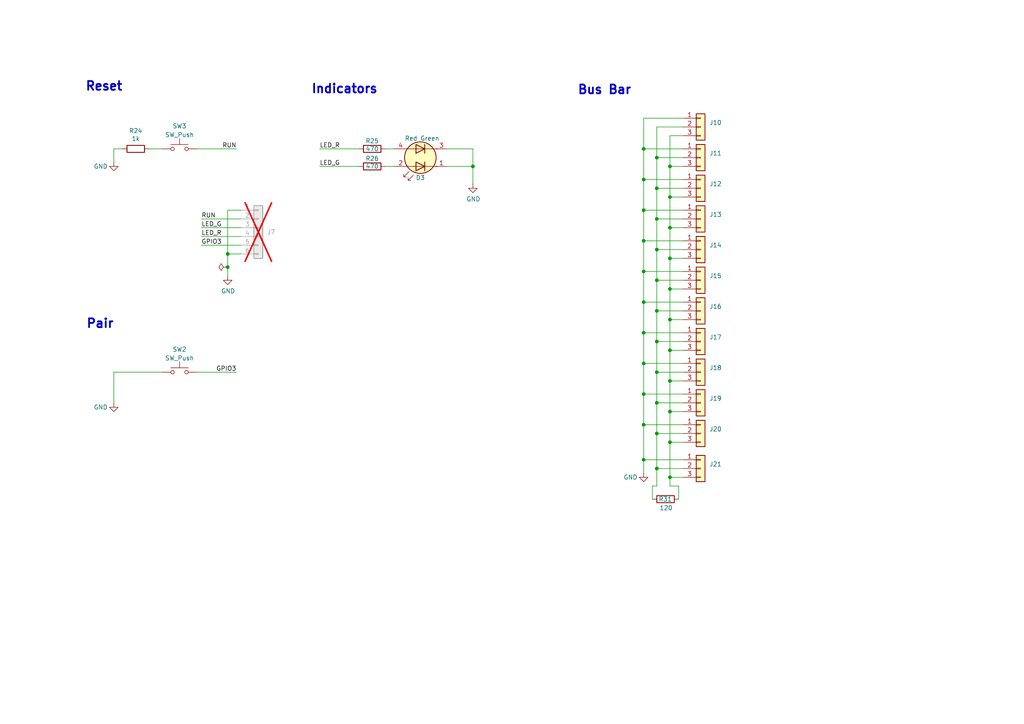
<source format=kicad_sch>
(kicad_sch (version 20250114) (generator "eeschema") (generator_version "9.0")
  (paper "A4")
  (title_block (title "AuraMon") (rev "v0.1"))
  (lib_symbols
    (symbol "Connector_Generic:Conn_01x03" (pin_names (offset 1.016) (hide yes))
      (property "Reference" "J" (at 0 5.08 0))
      (property "Value" "Conn_01x03" (at 0 -5.08 0))
      (symbol "Conn_01x03_1_1"
        (rectangle (start -1.27 3.81) (end 1.27 -3.81) (stroke (width 0.254)) (fill (type background)))
        (rectangle (start -1.27 2.667) (end 0 2.413) (stroke (width 0.1524)))
        (rectangle (start -1.27 0.127) (end 0 -0.127) (stroke (width 0.1524)))
        (rectangle (start -1.27 -2.413) (end 0 -2.667) (stroke (width 0.1524)))
        (pin passive line (at -5.08 2.54 0) (length 3.81) (name "Pin_1") (number "1"))
        (pin passive line (at -5.08 0 0) (length 3.81) (name "Pin_2") (number "2"))
        (pin passive line (at -5.08 -2.54 0) (length 3.81) (name "Pin_3") (number "3"))
      )
    )
    (symbol "Connector_Generic:Conn_01x06" (pin_names (offset 1.016) (hide yes))
      (property "Reference" "J" (at 0 7.62 0))
      (property "Value" "Conn_01x06" (at 0 -10.16 0))
      (symbol "Conn_01x06_1_1"
        (rectangle (start -1.27 6.35) (end 1.27 -8.89) (stroke (width 0.254)) (fill (type background)))
        (rectangle (start -1.27 5.207) (end 0 4.953) (stroke (width 0.1524)))
        (rectangle (start -1.27 2.667) (end 0 2.413) (stroke (width 0.1524)))
        (rectangle (start -1.27 0.127) (end 0 -0.127) (stroke (width 0.1524)))
        (rectangle (start -1.27 -2.413) (end 0 -2.667) (stroke (width 0.1524)))
        (rectangle (start -1.27 -4.953) (end 0 -5.207) (stroke (width 0.1524)))
        (rectangle (start -1.27 -7.493) (end 0 -7.747) (stroke (width 0.1524)))
        (pin passive line (at -5.08 5.08 0) (length 3.81) (name "Pin_1") (number "1"))
        (pin passive line (at -5.08 2.54 0) (length 3.81) (name "Pin_2") (number "2"))
        (pin passive line (at -5.08 0 0) (length 3.81) (name "Pin_3") (number "3"))
        (pin passive line (at -5.08 -2.54 0) (length 3.81) (name "Pin_4") (number "4"))
        (pin passive line (at -5.08 -5.08 0) (length 3.81) (name "Pin_5") (number "5"))
        (pin passive line (at -5.08 -7.62 0) (length 3.81) (name "Pin_6") (number "6"))
      )
    )
    (symbol "Device:LED_Dual_KAKA" (pin_names (offset 0) (hide yes))
      (property "Reference" "D" (at 0 5.715 0))
      (property "Value" "LED_Dual_KAKA" (at 0 -6.35 0))
      (symbol "LED_Dual_KAKA_0_1"
        (polyline (pts (xy -5.08 2.54) (xy 2.032 2.54)))
        (polyline (pts (xy -5.08 -2.54) (xy 2.032 -2.54)))
        (polyline (pts (xy -1.27 3.81) (xy -1.27 1.27)) (stroke (width 0.254)))
        (polyline (pts (xy -1.27 -1.27) (xy -1.27 -3.81)) (stroke (width 0.254)))
        (circle (center 0 0) (radius 4.572) (stroke (width 0.254)) (fill (type background)))
        (polyline (pts (xy 1.27 3.81) (xy 1.27 1.27) (xy -1.27 2.54) (xy 1.27 3.81)) (stroke (width 0.254)))
        (polyline (pts (xy 1.27 -1.27) (xy 1.27 -3.81) (xy -1.27 -2.54) (xy 1.27 -1.27)) (stroke (width 0.254)))
        (polyline (pts (xy 2.032 5.08) (xy 3.556 6.604) (xy 2.794 6.604) (xy 3.556 6.604) (xy 3.556 5.842)))
        (polyline (pts (xy 3.302 4.064) (xy 4.826 5.588) (xy 4.064 5.588) (xy 4.826 5.588) (xy 4.826 4.826)))
        (polyline (pts (xy 3.81 2.54) (xy 1.905 2.54)))
        (polyline (pts (xy 3.81 -2.54) (xy 1.905 -2.54)))
      )
      (symbol "LED_Dual_KAKA_1_1"
        (pin input line (at -7.62 2.54 0) (length 3.048) (name "K1") (number "1"))
        (pin input line (at -7.62 -2.54 0) (length 3.048) (name "K2") (number "3"))
        (pin input line (at 7.62 2.54 180) (length 3.81) (name "A1") (number "2"))
        (pin input line (at 7.62 -2.54 180) (length 3.81) (name "A2") (number "4"))
      )
    )
    (symbol "Device:R" (pin_numbers (hide yes)) (pin_names (offset 0))
      (property "Reference" "R" (at 2.032 0 90))
      (property "Value" "R" (at 0 0 90))
      (symbol "R_0_1"
        (rectangle (start -1.016 -2.54) (end 1.016 2.54) (stroke (width 0.254)))
      )
      (symbol "R_1_1"
        (pin passive line (at 0 3.81 270) (length 1.27) (name "~") (number "1"))
        (pin passive line (at 0 -3.81 90) (length 1.27) (name "~") (number "2"))
      )
    )
    (symbol "Switch:SW_Push" (pin_numbers (hide yes)) (pin_names (offset 1.016) (hide yes))
      (property "Reference" "SW" (at 1.27 2.54 0))
      (property "Value" "SW_Push" (at 0 -1.524 0))
      (symbol "SW_Push_0_1"
        (circle (center -2.032 0) (radius 0.508))
        (polyline (pts (xy 0 1.27) (xy 0 3.048)))
        (circle (center 2.032 0) (radius 0.508))
        (polyline (pts (xy 2.54 1.27) (xy -2.54 1.27)))
        (pin passive line (at -5.08 0 0) (length 2.54) (name "1") (number "1"))
        (pin passive line (at 5.08 0 180) (length 2.54) (name "2") (number "2"))
      )
    )
    (symbol "power:GND" (power) (pin_numbers (hide yes)) (pin_names (offset 0) (hide yes))
      (property "Value" "GND" (at 0 -3.81 0))
      (symbol "GND_0_1"
        (polyline (pts (xy 0 0) (xy 0 -1.27) (xy 1.27 -1.27) (xy 0 -2.54) (xy -1.27 -1.27) (xy 0 -1.27)))
      )
      (symbol "GND_1_1"
        (pin power_in line (at 0 0 270) (length 0) (name "~") (number "1"))
      )
    )
    (symbol "power:PWR_FLAG" (power) (pin_numbers (hide yes)) (pin_names (offset 0) (hide yes))
      (property "Value" "PWR_FLAG" (at 0 3.81 0))
      (symbol "PWR_FLAG_0_0"
        (pin power_out line (at 0 0 90) (length 0) (name "~") (number "1"))
      )
      (symbol "PWR_FLAG_0_1"
        (polyline (pts (xy 0 0) (xy 0 1.27) (xy -1.016 1.905) (xy 0 2.54) (xy 1.016 1.905) (xy 0 1.27)))
      )
    )
  )
  (bus_alias "I2C" (members "SDA" "SCL"))
  (text "Indicators" (at 90.17 25.908 0) (effects (font (size 2.54 2.54) (thickness 0.508) (bold yes)) (justify left)))
  (text "Bus Bar" (at 167.386 26.162 0) (effects (font (size 2.54 2.54) (thickness 0.508) (bold yes)) (justify left)))
  (text "Pair" (at 24.892 93.98 0) (effects (font (size 2.54 2.54) (thickness 0.508) (bold yes)) (justify left)))
  (text "Reset" (at 24.638 25.146 0) (effects (font (size 2.54 2.54) (thickness 0.508) (bold yes)) (justify left)))
  (junction (at 194.31 101.6))
  (junction (at 186.69 52.07))
  (junction (at 186.69 78.74))
  (junction (at 190.5 63.5))
  (junction (at 190.5 99.06))
  (junction (at 194.31 138.43))
  (junction (at 190.5 81.28))
  (junction (at 186.69 105.41))
  (junction (at 190.5 72.39))
  (junction (at 190.5 90.17))
  (junction (at 190.5 135.89))
  (junction (at 186.69 123.19))
  (junction (at 66.04 73.66))
  (junction (at 190.5 107.95))
  (junction (at 186.69 96.52))
  (junction (at 194.31 57.15))
  (junction (at 190.5 125.73))
  (junction (at 194.31 83.82))
  (junction (at 66.04 77.47))
  (junction (at 194.31 110.49))
  (junction (at 194.31 66.04))
  (junction (at 194.31 74.93))
  (junction (at 137.16 48.26))
  (junction (at 194.31 92.71))
  (junction (at 194.31 119.38))
  (junction (at 194.31 48.26))
  (junction (at 190.5 54.61))
  (junction (at 186.69 87.63))
  (junction (at 194.31 128.27))
  (junction (at 186.69 43.18))
  (junction (at 186.69 60.96))
  (junction (at 186.69 69.85))
  (junction (at 190.5 116.84))
  (junction (at 186.69 114.3))
  (junction (at 186.69 133.35))
  (junction (at 190.5 45.72))
  (wire (pts (xy 190.5 90.17) (xy 190.5 99.06)))
  (wire (pts (xy 194.31 83.82) (xy 198.12 83.82)))
  (wire (pts (xy 33.02 43.18) (xy 33.02 46.99)))
  (wire (pts (xy 114.3 43.18) (xy 111.76 43.18)))
  (wire (pts (xy 66.04 80.01) (xy 66.04 77.47)))
  (wire (pts (xy 66.04 77.47) (xy 66.04 73.66)))
  (wire (pts (xy 186.69 133.35) (xy 186.69 123.19)))
  (wire (pts (xy 186.69 123.19) (xy 198.12 123.19)))
  (wire (pts (xy 194.31 119.38) (xy 198.12 119.38)))
  (wire (pts (xy 69.85 66.04) (xy 58.42 66.04)))
  (wire (pts (xy 190.5 116.84) (xy 190.5 107.95)))
  (wire (pts (xy 190.5 36.83) (xy 190.5 45.72)))
  (wire (pts (xy 194.31 66.04) (xy 194.31 74.93)))
  (wire (pts (xy 137.16 43.18) (xy 137.16 48.26)))
  (wire (pts (xy 186.69 78.74) (xy 198.12 78.74)))
  (wire (pts (xy 186.69 105.41) (xy 186.69 114.3)))
  (wire (pts (xy 190.5 63.5) (xy 198.12 63.5)))
  (wire (pts (xy 194.31 39.37) (xy 194.31 48.26)))
  (wire (pts (xy 111.76 48.26) (xy 114.3 48.26)))
  (wire (pts (xy 68.58 107.95) (xy 57.15 107.95)))
  (wire (pts (xy 194.31 128.27) (xy 198.12 128.27)))
  (wire (pts (xy 58.42 71.12) (xy 69.85 71.12)))
  (wire (pts (xy 190.5 63.5) (xy 190.5 72.39)))
  (wire (pts (xy 194.31 74.93) (xy 198.12 74.93)))
  (wire (pts (xy 186.69 69.85) (xy 186.69 78.74)))
  (wire (pts (xy 33.02 107.95) (xy 33.02 116.84)))
  (wire (pts (xy 186.69 60.96) (xy 198.12 60.96)))
  (wire (pts (xy 33.02 107.95) (xy 46.99 107.95)))
  (wire (pts (xy 194.31 83.82) (xy 194.31 92.71)))
  (wire (pts (xy 194.31 110.49) (xy 198.12 110.49)))
  (wire (pts (xy 194.31 101.6) (xy 198.12 101.6)))
  (wire (pts (xy 194.31 92.71) (xy 198.12 92.71)))
  (wire (pts (xy 186.69 43.18) (xy 198.12 43.18)))
  (wire (pts (xy 186.69 133.35) (xy 186.69 137.16)))
  (wire (pts (xy 66.04 73.66) (xy 69.85 73.66)))
  (wire (pts (xy 186.69 105.41) (xy 198.12 105.41)))
  (wire (pts (xy 194.31 57.15) (xy 198.12 57.15)))
  (wire (pts (xy 43.18 43.18) (xy 46.99 43.18)))
  (wire (pts (xy 186.69 87.63) (xy 198.12 87.63)))
  (wire (pts (xy 189.23 140.97) (xy 190.5 140.97)))
  (wire (pts (xy 104.14 43.18) (xy 92.71 43.18)))
  (wire (pts (xy 196.85 140.97) (xy 194.31 140.97)))
  (wire (pts (xy 196.85 144.78) (xy 196.85 140.97)))
  (wire (pts (xy 69.85 60.96) (xy 66.04 60.96)))
  (wire (pts (xy 190.5 45.72) (xy 190.5 54.61)))
  (wire (pts (xy 190.5 116.84) (xy 190.5 125.73)))
  (wire (pts (xy 198.12 39.37) (xy 194.31 39.37)))
  (wire (pts (xy 35.56 43.18) (xy 33.02 43.18)))
  (wire (pts (xy 190.5 72.39) (xy 198.12 72.39)))
  (wire (pts (xy 190.5 125.73) (xy 190.5 135.89)))
  (wire (pts (xy 190.5 45.72) (xy 198.12 45.72)))
  (wire (pts (xy 69.85 68.58) (xy 58.42 68.58)))
  (wire (pts (xy 190.5 81.28) (xy 190.5 90.17)))
  (wire (pts (xy 198.12 90.17) (xy 190.5 90.17)))
  (wire (pts (xy 137.16 48.26) (xy 137.16 53.34)))
  (wire (pts (xy 190.5 107.95) (xy 190.5 99.06)))
  (wire (pts (xy 190.5 54.61) (xy 198.12 54.61)))
  (wire (pts (xy 186.69 52.07) (xy 198.12 52.07)))
  (wire (pts (xy 186.69 34.29) (xy 186.69 43.18)))
  (wire (pts (xy 190.5 135.89) (xy 190.5 140.97)))
  (wire (pts (xy 198.12 116.84) (xy 190.5 116.84)))
  (wire (pts (xy 58.42 63.5) (xy 69.85 63.5)))
  (wire (pts (xy 186.69 52.07) (xy 186.69 60.96)))
  (wire (pts (xy 186.69 96.52) (xy 186.69 105.41)))
  (wire (pts (xy 186.69 69.85) (xy 198.12 69.85)))
  (wire (pts (xy 189.23 144.78) (xy 189.23 140.97)))
  (wire (pts (xy 186.69 114.3) (xy 198.12 114.3)))
  (wire (pts (xy 198.12 138.43) (xy 194.31 138.43)))
  (wire (pts (xy 190.5 81.28) (xy 198.12 81.28)))
  (wire (pts (xy 190.5 99.06) (xy 198.12 99.06)))
  (wire (pts (xy 194.31 128.27) (xy 194.31 138.43)))
  (wire (pts (xy 190.5 72.39) (xy 190.5 81.28)))
  (wire (pts (xy 190.5 107.95) (xy 198.12 107.95)))
  (wire (pts (xy 194.31 57.15) (xy 194.31 66.04)))
  (wire (pts (xy 129.54 48.26) (xy 137.16 48.26)))
  (wire (pts (xy 198.12 133.35) (xy 186.69 133.35)))
  (wire (pts (xy 194.31 74.93) (xy 194.31 83.82)))
  (wire (pts (xy 186.69 123.19) (xy 186.69 114.3)))
  (wire (pts (xy 186.69 60.96) (xy 186.69 69.85)))
  (wire (pts (xy 66.04 60.96) (xy 66.04 73.66)))
  (wire (pts (xy 186.69 96.52) (xy 198.12 96.52)))
  (wire (pts (xy 194.31 101.6) (xy 194.31 110.49)))
  (wire (pts (xy 194.31 66.04) (xy 198.12 66.04)))
  (wire (pts (xy 68.58 43.18) (xy 57.15 43.18)))
  (wire (pts (xy 194.31 110.49) (xy 194.31 119.38)))
  (wire (pts (xy 186.69 78.74) (xy 186.69 87.63)))
  (wire (pts (xy 194.31 138.43) (xy 194.31 140.97)))
  (wire (pts (xy 194.31 48.26) (xy 198.12 48.26)))
  (wire (pts (xy 129.54 43.18) (xy 137.16 43.18)))
  (wire (pts (xy 198.12 125.73) (xy 190.5 125.73)))
  (wire (pts (xy 190.5 36.83) (xy 198.12 36.83)))
  (wire (pts (xy 194.31 92.71) (xy 194.31 101.6)))
  (wire (pts (xy 198.12 135.89) (xy 190.5 135.89)))
  (wire (pts (xy 194.31 48.26) (xy 194.31 57.15)))
  (wire (pts (xy 198.12 34.29) (xy 186.69 34.29)))
  (wire (pts (xy 190.5 54.61) (xy 190.5 63.5)))
  (wire (pts (xy 186.69 87.63) (xy 186.69 96.52)))
  (wire (pts (xy 194.31 119.38) (xy 194.31 128.27)))
  (wire (pts (xy 186.69 43.18) (xy 186.69 52.07)))
  (wire (pts (xy 92.71 48.26) (xy 104.14 48.26)))
  (label "LED_R" (at 58.42 68.58 0))
  (label "LED_G" (at 92.71 48.26 0))
  (label "RUN" (at 68.58 43.18 180))
  (label "GPIO3" (at 68.58 107.95 180))
  (label "LED_G" (at 58.42 66.04 0))
  (label "RUN" (at 58.42 63.5 0))
  (label "GPIO3" (at 58.42 71.12 0))
  (label "LED_R" (at 92.71 43.18 0))
  (symbol (lib_id "power:GND") (at 137.16 53.34 0) (unit 1)
    (property "Reference" "#PWR055" (effects (hide yes)))
    (property "Value" "GND" (at 137.287 57.7342 0))
  )
  (symbol (lib_id "Connector_Generic:Conn_01x03") (at 203.2 72.39 0) (unit 1)
    (property "Reference" "J14" (at 205.74 71.1199 0) (effects (justify left)))
    (property "Value" "Conn_01x03" (effects (hide yes)))
    (property "Footprint" "Connector_JST:JST_PH_B3B-PH-K_1x03_P2.00mm_Vertical" (effects (hide yes)))
    (property "Description" "-25℃~+85℃ 1 100V 1x3P 2A 2mm 3 3P 4.5mm 6mm 7.9mm Brass K Pin PA66 PH Through Hole Tin UL94V-0 White Plugin,P=2mm Wire To Board Connector ROHS" (effects (hide yes)))
    (property "MPN" "B3B-PH-K-S(LF)(SN)" (effects (hide yes)))
    (property "Manufacturer" "JST" (effects (hide yes)))
    (property "JLCPCB Part #" "C131339" (effects (hide yes)))
  )
  (symbol (lib_id "Connector_Generic:Conn_01x03") (at 203.2 54.61 0) (unit 1)
    (property "Reference" "J12" (at 205.74 53.3399 0) (effects (justify left)))
    (property "Value" "Conn_01x03" (effects (hide yes)))
    (property "Footprint" "Connector_JST:JST_PH_B3B-PH-K_1x03_P2.00mm_Vertical" (effects (hide yes)))
    (property "Description" "-25℃~+85℃ 1 100V 1x3P 2A 2mm 3 3P 4.5mm 6mm 7.9mm Brass K Pin PA66 PH Through Hole Tin UL94V-0 White Plugin,P=2mm Wire To Board Connector ROHS" (effects (hide yes)))
    (property "MPN" "B3B-PH-K-S(LF)(SN)" (effects (hide yes)))
    (property "Manufacturer" "JST" (effects (hide yes)))
    (property "JLCPCB Part #" "C131339" (effects (hide yes)))
  )
  (symbol (lib_id "Connector_Generic:Conn_01x03") (at 203.2 90.17 0) (unit 1)
    (property "Reference" "J16" (at 205.74 88.8999 0) (effects (justify left)))
    (property "Value" "Conn_01x03" (effects (hide yes)))
    (property "Footprint" "Connector_JST:JST_PH_B3B-PH-K_1x03_P2.00mm_Vertical" (effects (hide yes)))
    (property "Description" "-25℃~+85℃ 1 100V 1x3P 2A 2mm 3 3P 4.5mm 6mm 7.9mm Brass K Pin PA66 PH Through Hole Tin UL94V-0 White Plugin,P=2mm Wire To Board Connector ROHS" (effects (hide yes)))
    (property "MPN" "B3B-PH-K-S(LF)(SN)" (effects (hide yes)))
    (property "Manufacturer" "JST" (effects (hide yes)))
    (property "JLCPCB Part #" "C131339" (effects (hide yes)))
  )
  (symbol (lib_id "Device:R") (at 107.95 43.18 90) (unit 1)
    (property "Reference" "R25" (at 107.95 40.894 90))
    (property "Value" "470" (at 107.95 43.18 90))
    (property "Footprint" "Resistor_SMD:R_0402_1005Metric" (effects (hide yes)))
    (property "Datasheet" "https://wmsc.lcsc.com/wmsc/upload/file/pdf/v2/lcsc/2006112330_YAGEO-RC0402FR-7W470RL_C606172.pdf" (effects (hide yes)))
    (property "Description" "125mW Thick Film Resistors 50V ±100ppm/℃ ±1% 470Ω 0402 Chip Resistor - Surface Mount ROHS" (effects (hide yes)))
    (property "MPN" "RC0402FR-7W470RL" (effects (hide yes)))
    (property "JLCPCB Part #" "C606172" (effects (hide yes)))
    (property "Manufacturer" "YAGEO" (effects (hide yes)))
  )
  (symbol (lib_id "Connector_Generic:Conn_01x03") (at 203.2 135.89 0) (unit 1)
    (property "Reference" "J21" (at 205.74 134.6199 0) (effects (justify left)))
    (property "Value" "Conn_01x03" (effects (hide yes)))
    (property "Footprint" "Connector_JST:JST_PH_B3B-PH-K_1x03_P2.00mm_Vertical" (effects (hide yes)))
    (property "Description" "-25℃~+85℃ 1 100V 1x3P 2A 2mm 3 3P 4.5mm 6mm 7.9mm Brass K Pin PA66 PH Through Hole Tin UL94V-0 White Plugin,P=2mm Wire To Board Connector ROHS" (effects (hide yes)))
    (property "MPN" "B3B-PH-K-S(LF)(SN)" (effects (hide yes)))
    (property "Manufacturer" "JST" (effects (hide yes)))
    (property "JLCPCB Part #" "C131339" (effects (hide yes)))
  )
  (symbol (lib_id "Switch:SW_Push") (at 52.07 43.18 0) (unit 1)
    (property "Reference" "SW3" (at 52.07 36.5592 0))
    (property "Value" "SW_Push" (at 52.07 39.0961 0))
    (property "Footprint" "AuraMon:PTS815SJM250SMTRLFS" (effects (hide yes)))
    (property "Datasheet" "https://jlcpcb.com/api/file/downloadByFileSystemAccessId/8588902979558912000" (effects (hide yes)))
    (property "Description" "-20℃~+70℃ 1.8N 12V 50mA IP40 J-Lead Oval Button SPST-NO Surface Mount,Vertical SMD,3.2x4.2mm Tactile Switches ROHS" (effects (hide yes)))
    (property "MPN" "PTS815SJM250SMTRLFS" (effects (hide yes)))
    (property "Manufacturer" "C&K" (effects (hide yes)))
    (property "JLCPCB Part #" "C2689510" (effects (hide yes)))
  )
  (symbol (lib_id "Connector_Generic:Conn_01x03") (at 203.2 99.06 0) (unit 1)
    (property "Reference" "J17" (at 205.74 97.7899 0) (effects (justify left)))
    (property "Value" "Conn_01x03" (effects (hide yes)))
    (property "Footprint" "Connector_JST:JST_PH_B3B-PH-K_1x03_P2.00mm_Vertical" (effects (hide yes)))
    (property "Description" "-25℃~+85℃ 1 100V 1x3P 2A 2mm 3 3P 4.5mm 6mm 7.9mm Brass K Pin PA66 PH Through Hole Tin UL94V-0 White Plugin,P=2mm Wire To Board Connector ROHS" (effects (hide yes)))
    (property "MPN" "B3B-PH-K-S(LF)(SN)" (effects (hide yes)))
    (property "Manufacturer" "JST" (effects (hide yes)))
    (property "JLCPCB Part #" "C131339" (effects (hide yes)))
  )
  (symbol (lib_id "Connector_Generic:Conn_01x03") (at 203.2 45.72 0) (unit 1)
    (property "Reference" "J11" (at 205.74 44.4499 0) (effects (justify left)))
    (property "Value" "Conn_01x03" (effects (hide yes)))
    (property "Footprint" "Connector_JST:JST_PH_B3B-PH-K_1x03_P2.00mm_Vertical" (effects (hide yes)))
    (property "Description" "-25℃~+85℃ 1 100V 1x3P 2A 2mm 3 3P 4.5mm 6mm 7.9mm Brass K Pin PA66 PH Through Hole Tin UL94V-0 White Plugin,P=2mm Wire To Board Connector ROHS" (effects (hide yes)))
    (property "MPN" "B3B-PH-K-S(LF)(SN)" (effects (hide yes)))
    (property "Manufacturer" "JST" (effects (hide yes)))
    (property "JLCPCB Part #" "C131339" (effects (hide yes)))
  )
  (symbol (lib_id "Switch:SW_Push") (at 52.07 107.95 0) (unit 1)
    (property "Reference" "SW2" (at 52.07 101.3292 0))
    (property "Value" "SW_Push" (at 52.07 103.8661 0))
    (property "Footprint" "AuraMon:PTS815SJM250SMTRLFS" (effects (hide yes)))
    (property "Datasheet" "https://jlcpcb.com/api/file/downloadByFileSystemAccessId/8588902979558912000" (effects (hide yes)))
    (property "Description" "-20℃~+70℃ 1.8N 12V 50mA IP40 J-Lead Oval Button SPST-NO Surface Mount,Vertical SMD,3.2x4.2mm Tactile Switches ROHS" (effects (hide yes)))
    (property "MPN" "PTS815SJM250SMTRLFS" (effects (hide yes)))
    (property "Manufacturer" "C&K" (effects (hide yes)))
    (property "JLCPCB Part #" "C2689510" (effects (hide yes)))
  )
  (symbol (lib_id "power:GND") (at 33.02 46.99 0) (unit 1)
    (property "Reference" "#PWR053" (effects (hide yes)))
    (property "Value" "GND" (at 29.21 48.26 0))
  )
  (symbol (lib_id "Device:R") (at 193.04 144.78 270) (unit 1)
    (property "Reference" "R31" (at 191.008 144.78 90) (effects (justify left)))
    (property "Value" "120" (at 191.262 147.32 90) (effects (justify left)))
    (property "Footprint" "Resistor_SMD:R_0402_1005Metric" (effects (hide yes)))
    (property "Datasheet" "https://jlcpcb.com/api/file/downloadByFileSystemAccessId/8588899017404633088" (effects (hide yes)))
    (property "Description" "-55℃~+155℃ 120Ω 50V 62.5mW Thick Film Resistor ±1% ±100ppm/℃ 0402 Chip Resistor - Surface Mount ROHS" (effects (hide yes)))
    (property "MPN" "RC0402FR-07120RL" (effects (hide yes)))
    (property "JLCPCB Part #" "C114758" (effects (hide yes)))
    (property "Manufacturer" "YAGEO" (effects (hide yes)))
  )
  (symbol (lib_id "Connector_Generic:Conn_01x03") (at 203.2 81.28 0) (unit 1)
    (property "Reference" "J15" (at 205.74 80.0099 0) (effects (justify left)))
    (property "Value" "Conn_01x03" (effects (hide yes)))
    (property "Footprint" "Connector_JST:JST_PH_B3B-PH-K_1x03_P2.00mm_Vertical" (effects (hide yes)))
    (property "Description" "-25℃~+85℃ 1 100V 1x3P 2A 2mm 3 3P 4.5mm 6mm 7.9mm Brass K Pin PA66 PH Through Hole Tin UL94V-0 White Plugin,P=2mm Wire To Board Connector ROHS" (effects (hide yes)))
    (property "MPN" "B3B-PH-K-S(LF)(SN)" (effects (hide yes)))
    (property "Manufacturer" "JST" (effects (hide yes)))
    (property "JLCPCB Part #" "C131339" (effects (hide yes)))
  )
  (symbol (lib_id "Connector_Generic:Conn_01x06") (at 74.93 66.04 0) (unit 1) (dnp yes)
    (property "Reference" "J7" (at 77.47 67.3099 0) (effects (justify left)))
    (property "Value" "Conn_01x06" (effects (hide yes)))
    (property "Footprint" "Connector_JST:JST_SH_BM06B-SRSS-TB_1x06-1MP_P1.00mm_Vertical" (effects (hide yes)))
    (property "Datasheet" "https://jlcpcb.com/api/file/downloadByFileSystemAccessId/8578899135493296128" (effects (hide yes)))
    (property "Description" "-25℃~+85℃ 1 1A 1mm 1x6P 3.6mm 4.25mm 50V 6 6P 8mm Auxiliary Solder Pin Copper Alloy PA SH Surface Mount,Vertical Tin UL94V-0 White SMD,P=1mm Wire To Board Connector ROHS" (effects (hide yes)))
    (property "MPN" "BM06B-SRSS-TB(LF)(SN)" (effects (hide yes)))
    (property "Manufacturer" "JST" (effects (hide yes)))
    (property "JLCPCB Part #" "C160392" (effects (hide yes)))
  )
  (symbol (lib_id "Device:R") (at 107.95 48.26 90) (unit 1)
    (property "Reference" "R26" (at 107.95 45.974 90))
    (property "Value" "470" (at 107.95 48.26 90))
    (property "Footprint" "Resistor_SMD:R_0402_1005Metric" (effects (hide yes)))
    (property "Datasheet" "https://wmsc.lcsc.com/wmsc/upload/file/pdf/v2/lcsc/2006112330_YAGEO-RC0402FR-7W470RL_C606172.pdf" (effects (hide yes)))
    (property "Description" "125mW Thick Film Resistors 50V ±100ppm/℃ ±1% 470Ω 0402 Chip Resistor - Surface Mount ROHS" (effects (hide yes)))
    (property "MPN" "RC0402FR-7W470RL" (effects (hide yes)))
    (property "JLCPCB Part #" "C606172" (effects (hide yes)))
    (property "Manufacturer" "YAGEO" (effects (hide yes)))
  )
  (symbol (lib_id "power:PWR_FLAG") (at 66.04 77.47 90) (unit 1)
    (property "Reference" "#FLG03" (effects (hide yes)))
    (property "Value" "PWR_FLAG" (effects (hide yes)))
    (property "Description" "Special symbol for telling ERC where power comes from" (effects (hide yes)))
  )
  (symbol (lib_id "power:GND") (at 66.04 80.01 0) (unit 1)
    (property "Reference" "#PWR054" (effects (hide yes)))
    (property "Value" "GND" (at 66.167 84.4042 0))
  )
  (symbol (lib_id "Device:R") (at 39.37 43.18 270) (unit 1)
    (property "Reference" "R24" (at 39.37 37.9222 90))
    (property "Value" "1k" (at 39.37 40.2336 90))
    (property "Footprint" "Resistor_SMD:R_0402_1005Metric" (effects (hide yes)))
    (property "Datasheet" "https://jlcpcb.com/api/file/downloadByFileSystemAccessId/8588898674722553856" (effects (hide yes)))
    (property "Description" "-55℃~+155℃ 1kΩ 50V 62.5mW Thick Film Resistor ±1% ±100ppm/℃ 0402 Chip Resistor - Surface Mount ROHS" (effects (hide yes)))
    (property "MPN" "RC0402FR-071KL" (effects (hide yes)))
    (property "Manufacturer" "YAGEO" (effects (hide yes)))
    (property "JLCPCB Part #" "C106235" (effects (hide yes)))
  )
  (symbol (lib_id "Connector_Generic:Conn_01x03") (at 203.2 36.83 0) (unit 1)
    (property "Reference" "J10" (at 205.74 35.5599 0) (effects (justify left)))
    (property "Value" "Conn_01x03" (effects (hide yes)))
    (property "Footprint" "Connector_JST:JST_PH_B3B-PH-K_1x03_P2.00mm_Vertical" (effects (hide yes)))
    (property "Description" "-25℃~+85℃ 1 100V 1x3P 2A 2mm 3 3P 4.5mm 6mm 7.9mm Brass K Pin PA66 PH Through Hole Tin UL94V-0 White Plugin,P=2mm Wire To Board Connector ROHS" (effects (hide yes)))
    (property "MPN" "B3B-PH-K-S(LF)(SN)" (effects (hide yes)))
    (property "Manufacturer" "JST" (effects (hide yes)))
    (property "JLCPCB Part #" "C131339" (effects (hide yes)))
  )
  (symbol (lib_id "Device:LED_Dual_KAKA") (at 121.92 45.72 180) (unit 1)
    (property "Reference" "D3" (at 121.92 51.562 0))
    (property "Value" "Red Green" (at 122.428 40.132 0))
    (property "Footprint" "LED_SMD:LED_LiteOn_LTST-C235KGKRKT" (effects (hide yes)))
    (property "Datasheet" "https://jlcpcb.com/api/file/downloadByFileSystemAccessId/8588894590669082624" (effects (hide yes)))
    (property "Description" "-30℃~+85℃ 130° 2V 571nm 574nm 75mW Red, Yellow Green Reverse Mount Water Clear SMD-4P,3.2x1.6mm LED Indication - Discrete ROHS" (effects (hide yes)))
    (property "MPN" "LTST-C235KGKRKT" (effects (hide yes)))
    (property "Manufacturer" "Lite-On" (effects (hide yes)))
    (property "JLCPCB Part #" "C125110" (effects (hide yes)))
  )
  (symbol (lib_id "power:GND") (at 186.69 137.16 0) (unit 1)
    (property "Reference" "#PWR065" (effects (hide yes)))
    (property "Value" "GND" (at 182.88 138.43 0))
  )
  (symbol (lib_id "Connector_Generic:Conn_01x03") (at 203.2 125.73 0) (unit 1)
    (property "Reference" "J20" (at 205.74 124.4599 0) (effects (justify left)))
    (property "Value" "Conn_01x03" (effects (hide yes)))
    (property "Footprint" "Connector_JST:JST_PH_B3B-PH-K_1x03_P2.00mm_Vertical" (effects (hide yes)))
    (property "Description" "-25℃~+85℃ 1 100V 1x3P 2A 2mm 3 3P 4.5mm 6mm 7.9mm Brass K Pin PA66 PH Through Hole Tin UL94V-0 White Plugin,P=2mm Wire To Board Connector ROHS" (effects (hide yes)))
    (property "MPN" "B3B-PH-K-S(LF)(SN)" (effects (hide yes)))
    (property "Manufacturer" "JST" (effects (hide yes)))
    (property "JLCPCB Part #" "C131339" (effects (hide yes)))
  )
  (symbol (lib_id "Connector_Generic:Conn_01x03") (at 203.2 107.95 0) (unit 1)
    (property "Reference" "J18" (at 205.74 106.6799 0) (effects (justify left)))
    (property "Value" "Conn_01x03" (effects (hide yes)))
    (property "Footprint" "Connector_JST:JST_PH_B3B-PH-K_1x03_P2.00mm_Vertical" (effects (hide yes)))
    (property "Description" "-25℃~+85℃ 1 100V 1x3P 2A 2mm 3 3P 4.5mm 6mm 7.9mm Brass K Pin PA66 PH Through Hole Tin UL94V-0 White Plugin,P=2mm Wire To Board Connector ROHS" (effects (hide yes)))
    (property "MPN" "B3B-PH-K-S(LF)(SN)" (effects (hide yes)))
    (property "Manufacturer" "JST" (effects (hide yes)))
    (property "JLCPCB Part #" "C131339" (effects (hide yes)))
  )
  (symbol (lib_id "Connector_Generic:Conn_01x03") (at 203.2 63.5 0) (unit 1)
    (property "Reference" "J13" (at 205.74 62.2299 0) (effects (justify left)))
    (property "Value" "Conn_01x03" (effects (hide yes)))
    (property "Footprint" "Connector_JST:JST_PH_B3B-PH-K_1x03_P2.00mm_Vertical" (effects (hide yes)))
    (property "Description" "-25℃~+85℃ 1 100V 1x3P 2A 2mm 3 3P 4.5mm 6mm 7.9mm Brass K Pin PA66 PH Through Hole Tin UL94V-0 White Plugin,P=2mm Wire To Board Connector ROHS" (effects (hide yes)))
    (property "MPN" "B3B-PH-K-S(LF)(SN)" (effects (hide yes)))
    (property "Manufacturer" "JST" (effects (hide yes)))
    (property "JLCPCB Part #" "C131339" (effects (hide yes)))
  )
  (symbol (lib_id "Connector_Generic:Conn_01x03") (at 203.2 116.84 0) (unit 1)
    (property "Reference" "J19" (at 205.74 115.5699 0) (effects (justify left)))
    (property "Value" "Conn_01x03" (effects (hide yes)))
    (property "Footprint" "Connector_JST:JST_PH_B3B-PH-K_1x03_P2.00mm_Vertical" (effects (hide yes)))
    (property "Description" "-25℃~+85℃ 1 100V 1x3P 2A 2mm 3 3P 4.5mm 6mm 7.9mm Brass K Pin PA66 PH Through Hole Tin UL94V-0 White Plugin,P=2mm Wire To Board Connector ROHS" (effects (hide yes)))
    (property "MPN" "B3B-PH-K-S(LF)(SN)" (effects (hide yes)))
    (property "Manufacturer" "JST" (effects (hide yes)))
    (property "JLCPCB Part #" "C131339" (effects (hide yes)))
  )
  (symbol (lib_id "power:GND") (at 33.02 116.84 0) (unit 1)
    (property "Reference" "#PWR052" (effects (hide yes)))
    (property "Value" "GND" (at 29.21 118.11 0))
  )
)
</source>
